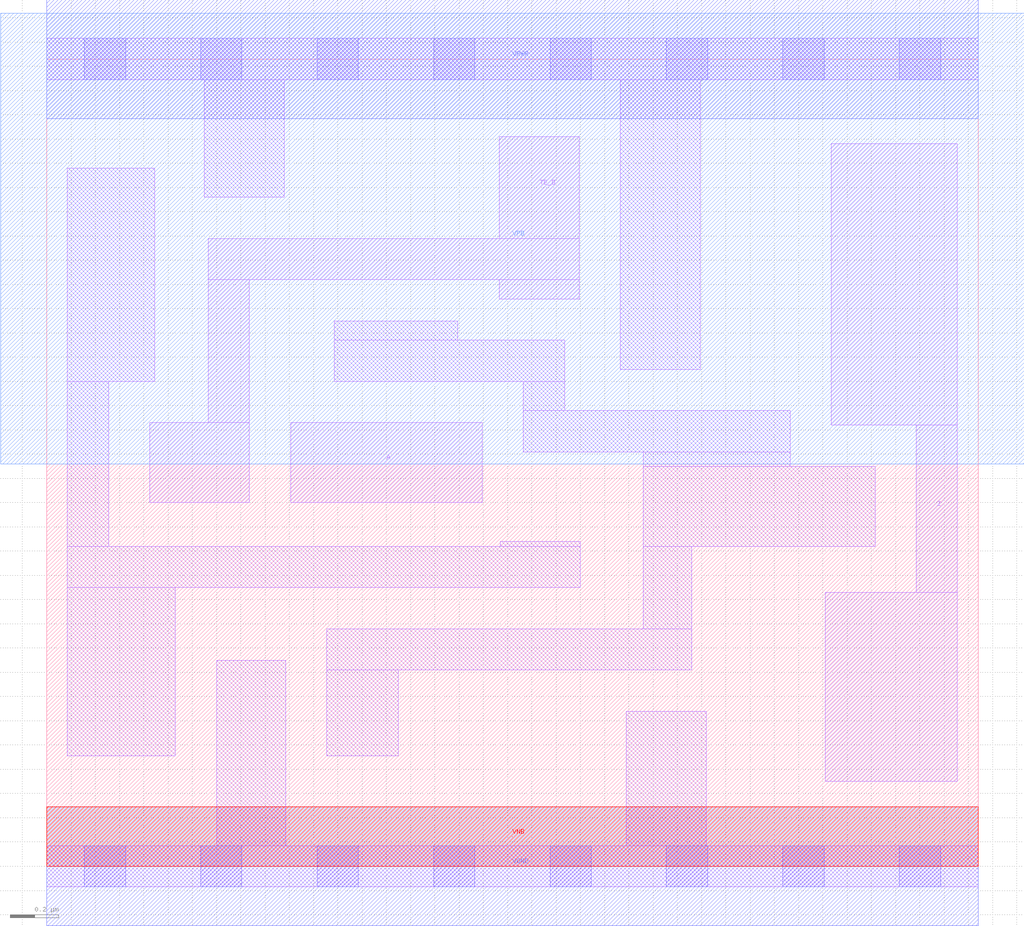
<source format=lef>
# Copyright 2020 The SkyWater PDK Authors
#
# Licensed under the Apache License, Version 2.0 (the "License");
# you may not use this file except in compliance with the License.
# You may obtain a copy of the License at
#
#     https://www.apache.org/licenses/LICENSE-2.0
#
# Unless required by applicable law or agreed to in writing, software
# distributed under the License is distributed on an "AS IS" BASIS,
# WITHOUT WARRANTIES OR CONDITIONS OF ANY KIND, either express or implied.
# See the License for the specific language governing permissions and
# limitations under the License.
#
# SPDX-License-Identifier: Apache-2.0

VERSION 5.7 ;
  NOWIREEXTENSIONATPIN ON ;
  DIVIDERCHAR "/" ;
  BUSBITCHARS "[]" ;
MACRO sky130_fd_sc_hs__ebufn_1
  CLASS CORE ;
  FOREIGN sky130_fd_sc_hs__ebufn_1 ;
  ORIGIN  0.000000  0.000000 ;
  SIZE  3.840000 BY  3.330000 ;
  SYMMETRY X Y ;
  SITE unit ;
  PIN A
    ANTENNAGATEAREA  0.208500 ;
    DIRECTION INPUT ;
    USE SIGNAL ;
    PORT
      LAYER li1 ;
        RECT 1.005000 1.500000 1.795000 1.830000 ;
    END
  END A
  PIN TE_B
    ANTENNAGATEAREA  0.376500 ;
    DIRECTION INPUT ;
    USE SIGNAL ;
    PORT
      LAYER li1 ;
        RECT 0.425000 1.500000 0.835000 1.830000 ;
        RECT 0.665000 1.830000 0.835000 2.420000 ;
        RECT 0.665000 2.420000 2.195000 2.590000 ;
        RECT 1.865000 2.340000 2.195000 2.420000 ;
        RECT 1.865000 2.590000 2.195000 3.010000 ;
    END
  END TE_B
  PIN Z
    ANTENNADIFFAREA  0.541300 ;
    DIRECTION OUTPUT ;
    USE SIGNAL ;
    PORT
      LAYER li1 ;
        RECT 3.210000 0.350000 3.755000 1.130000 ;
        RECT 3.235000 1.820000 3.755000 2.980000 ;
        RECT 3.585000 1.130000 3.755000 1.820000 ;
    END
  END Z
  PIN VGND
    DIRECTION INOUT ;
    USE GROUND ;
    PORT
      LAYER met1 ;
        RECT 0.000000 -0.245000 3.840000 0.245000 ;
    END
  END VGND
  PIN VNB
    DIRECTION INOUT ;
    USE GROUND ;
    PORT
      LAYER pwell ;
        RECT 0.000000 0.000000 3.840000 0.245000 ;
    END
  END VNB
  PIN VPB
    DIRECTION INOUT ;
    USE POWER ;
    PORT
      LAYER nwell ;
        RECT -0.190000 1.660000 4.030000 3.520000 ;
    END
  END VPB
  PIN VPWR
    DIRECTION INOUT ;
    USE POWER ;
    PORT
      LAYER met1 ;
        RECT 0.000000 3.085000 3.840000 3.575000 ;
    END
  END VPWR
  OBS
    LAYER li1 ;
      RECT 0.000000 -0.085000 3.840000 0.085000 ;
      RECT 0.000000  3.245000 3.840000 3.415000 ;
      RECT 0.085000  0.455000 0.530000 1.150000 ;
      RECT 0.085000  1.150000 2.200000 1.320000 ;
      RECT 0.085000  1.320000 0.255000 2.000000 ;
      RECT 0.085000  2.000000 0.445000 2.880000 ;
      RECT 0.650000  2.760000 0.980000 3.245000 ;
      RECT 0.700000  0.085000 0.985000 0.850000 ;
      RECT 1.155000  0.455000 1.450000 0.810000 ;
      RECT 1.155000  0.810000 2.660000 0.980000 ;
      RECT 1.185000  2.000000 2.135000 2.170000 ;
      RECT 1.185000  2.170000 1.695000 2.250000 ;
      RECT 1.870000  1.320000 2.200000 1.340000 ;
      RECT 1.965000  1.710000 3.065000 1.880000 ;
      RECT 1.965000  1.880000 2.135000 2.000000 ;
      RECT 2.365000  2.050000 2.695000 3.245000 ;
      RECT 2.390000  0.085000 2.720000 0.640000 ;
      RECT 2.460000  0.980000 2.660000 1.320000 ;
      RECT 2.460000  1.320000 3.415000 1.650000 ;
      RECT 2.460000  1.650000 3.065000 1.710000 ;
    LAYER mcon ;
      RECT 0.155000 -0.085000 0.325000 0.085000 ;
      RECT 0.155000  3.245000 0.325000 3.415000 ;
      RECT 0.635000 -0.085000 0.805000 0.085000 ;
      RECT 0.635000  3.245000 0.805000 3.415000 ;
      RECT 1.115000 -0.085000 1.285000 0.085000 ;
      RECT 1.115000  3.245000 1.285000 3.415000 ;
      RECT 1.595000 -0.085000 1.765000 0.085000 ;
      RECT 1.595000  3.245000 1.765000 3.415000 ;
      RECT 2.075000 -0.085000 2.245000 0.085000 ;
      RECT 2.075000  3.245000 2.245000 3.415000 ;
      RECT 2.555000 -0.085000 2.725000 0.085000 ;
      RECT 2.555000  3.245000 2.725000 3.415000 ;
      RECT 3.035000 -0.085000 3.205000 0.085000 ;
      RECT 3.035000  3.245000 3.205000 3.415000 ;
      RECT 3.515000 -0.085000 3.685000 0.085000 ;
      RECT 3.515000  3.245000 3.685000 3.415000 ;
  END
END sky130_fd_sc_hs__ebufn_1
END LIBRARY

</source>
